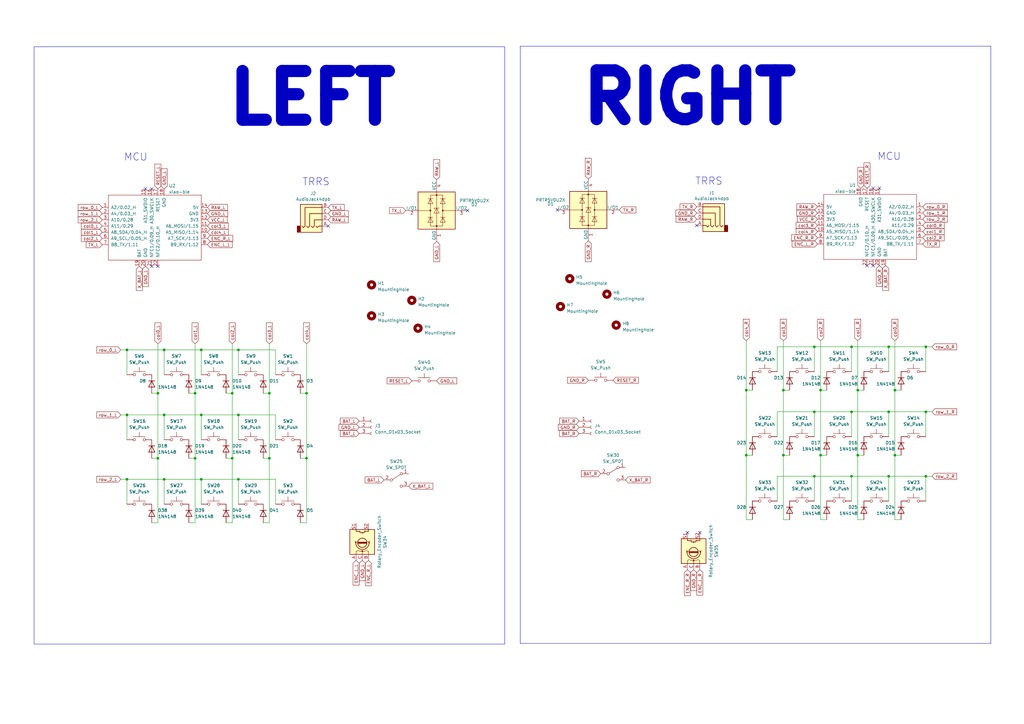
<source format=kicad_sch>
(kicad_sch (version 20230121) (generator eeschema)
  (paper "A3")
  (lib_symbols
    (symbol "Alaa:xiao-ble" (pin_names (offset 1.016))
      (property "Reference" "U1" (at -19.304 17.78 0))
      (property "Value" "xiao-ble" (at -19.304 15.24 0))
      (symbol "xiao-ble_1_1"
        (pin bidirectional line (at -21.59 7.62 0) (length 2.54) (name "A2/0.02_H") (number "1"))
        (pin bidirectional line (at 21.59 -2.54 180) (length 2.54) (name "A5_MISO/1.14") (number "10"))
        (pin bidirectional line (at 21.59 0 180) (length 2.54) (name "A6_MOSI/1.15") (number "11"))
        (pin power_out line (at 21.59 2.54 180) (length 2.54) (name "3V3") (number "12"))
        (pin power_out line (at 21.59 5.08 180) (length 2.54) (name "GND") (number "13"))
        (pin power_out line (at 21.59 7.62 180) (length 2.54) (name "5V") (number "14"))
        (pin input line (at -3.81 15.24 270) (length 2.54) (name "A31_SWDIO") (number "15"))
        (pin input line (at -1.27 15.24 270) (length 2.54) (name "A30_SWCLK") (number "16"))
        (pin input line (at 1.27 15.24 270) (length 2.54) (name "RESET") (number "17"))
        (pin power_out line (at 3.81 15.24 270) (length 2.54) (name "GND") (number "18"))
        (pin bidirectional line (at -6.35 -16.51 90) (length 2.54) (name "BAT") (number "19"))
        (pin bidirectional line (at -21.59 5.08 0) (length 2.54) (name "A4/0.03_H") (number "2"))
        (pin power_out line (at -3.81 -16.51 90) (length 2.54) (name "GND") (number "20"))
        (pin bidirectional line (at -1.27 -16.51 90) (length 2.54) (name "NFC1/0.09_H") (number "21"))
        (pin bidirectional line (at 1.27 -16.51 90) (length 2.54) (name "NFC2/0.10_H") (number "22"))
        (pin bidirectional line (at -21.59 2.54 0) (length 2.54) (name "A10/0.28") (number "3"))
        (pin bidirectional line (at -21.59 0 0) (length 2.54) (name "A11/0.29") (number "4"))
        (pin bidirectional line (at -21.59 -2.54 0) (length 2.54) (name "A8_SDA/0.04_H") (number "5"))
        (pin bidirectional line (at -21.59 -5.08 0) (length 2.54) (name "A9_SCL/0.05_H") (number "6"))
        (pin bidirectional line (at -21.59 -7.62 0) (length 2.54) (name "B8_TX/1.11") (number "7"))
        (pin bidirectional line (at 21.59 -7.62 180) (length 2.54) (name "B9_RX/1.12") (number "8"))
        (pin bidirectional line (at 21.59 -5.08 180) (length 2.54) (name "A7_SCK/1.13") (number "9"))
      )
    )
    (symbol "Connector:Conn_01x03_Socket" (pin_names (offset 1.016) hide)
      (property "Reference" "J" (at 0 5.08 0))
      (property "Value" "Conn_01x03_Socket" (at 0 -5.08 0))
      (symbol "Conn_01x03_Socket_1_1"
        (pin passive line (at -5.08 2.54 0) (length 3.81) (name "Pin_1") (number "1"))
        (pin passive line (at -5.08 0 0) (length 3.81) (name "Pin_2") (number "2"))
        (pin passive line (at -5.08 -2.54 0) (length 3.81) (name "Pin_3") (number "3"))
      )
    )
    (symbol "LeChiffre-rescue:Rotary_Encoder_Switch-Device" (pin_names (offset 0.254) hide)
      (property "Reference" "SW" (at 0 6.604 0))
      (property "Value" "Rotary_Encoder_Switch-Device" (at 0 -6.604 0))
      (symbol "Rotary_Encoder_Switch-Device_1_1"
        (pin passive line (at -7.62 2.54 0) (length 2.54) (name "A") (number "A"))
        (pin passive line (at -7.62 -2.54 0) (length 2.54) (name "B") (number "B"))
        (pin passive line (at -7.62 0 0) (length 2.54) (name "C") (number "C"))
        (pin passive line (at 7.62 2.54 180) (length 2.54) (name "S1") (number "S1"))
        (pin passive line (at 7.62 -2.54 180) (length 2.54) (name "S2") (number "S2"))
      )
    )
    (symbol "Mechanical:MountingHole" (pin_names (offset 1.016))
      (property "Reference" "H" (at 0 5.08 0))
      (property "Value" "MountingHole" (at 0 3.175 0))
    )
    (symbol "Power_Protection:PRTR5V0U2X" (pin_names (offset 0))
      (property "Reference" "D" (at 2.794 8.636 0))
      (property "Value" "PRTR5V0U2X" (at 8.128 -9.398 0))
      (symbol "PRTR5V0U2X_1_1"
        (pin passive line (at 0 -12.7 90) (length 5.08) (name "GND") (number "1"))
        (pin passive line (at -12.7 0 0) (length 5.08) (name "I/O1") (number "2"))
        (pin passive line (at 12.7 0 180) (length 5.08) (name "I/O2") (number "3"))
        (pin passive line (at 0 12.7 270) (length 5.08) (name "VCC") (number "4"))
      )
    )
    (symbol "Switch:SW_Push" (pin_numbers hide) (pin_names (offset 1.016) hide)
      (property "Reference" "SW" (at 1.27 2.54 0))
      (property "Value" "SW_Push" (at 0 -1.524 0))
      (symbol "SW_Push_0_1"
        (pin passive line (at -5.08 0 0) (length 2.54) (name "1") (number "1"))
        (pin passive line (at 5.08 0 180) (length 2.54) (name "2") (number "2"))
      )
    )
    (symbol "Switch:SW_SPDT" (pin_names (offset 0) hide)
      (property "Reference" "SW" (at 0 4.318 0))
      (property "Value" "SW_SPDT" (at 0 -5.08 0))
      (symbol "SW_SPDT_1_1"
        (pin passive line (at 5.08 2.54 180) (length 2.54) (name "A") (number "1"))
        (pin passive line (at -5.08 0 0) (length 2.54) (name "B") (number "2"))
        (pin passive line (at 5.08 -2.54 180) (length 2.54) (name "C") (number "3"))
      )
    )
    (symbol "alaa:Diode_1N4148" (pin_numbers hide) (pin_names (offset 1.016) hide)
      (property "Reference" "D4" (at 2.54 1.2701 90))
      (property "Value" "Diode_1N4148" (at 2.54 -1.2699 90))
      (symbol "Diode_1N4148_1_1"
        (pin passive line (at -3.81 0 0) (length 2.54) (name "K") (number "1"))
        (pin passive line (at 3.81 0 180) (length 2.54) (name "A") (number "2"))
      )
    )
    (symbol "tokas_bp:AudioJack4dpb"
      (property "Reference" "J" (at 0 8.89 0))
      (property "Value" "tokas_bp_AudioJack4dpb" (at 0 6.35 0))
      (symbol "AudioJack4dpb_1_1"
        (pin passive line (at 5.08 -5.08 180) (length 2.54) (name "~") (number "A"))
        (pin passive line (at 5.08 2.54 180) (length 2.54) (name "~") (number "B"))
        (pin passive line (at 5.08 0 180) (length 2.54) (name "~") (number "C"))
        (pin passive line (at 5.08 -2.54 180) (length 2.54) (name "~") (number "D"))
      )
    )
  )
  (junction (at 364.49 195.326))
  (junction (at 52.07 170.18))
  (junction (at 306.07 160.02))
  (junction (at 97.79 170.18))
  (junction (at 349.25 142.24))
  (junction (at 321.31 160.02))
  (junction (at 379.73 168.91))
  (junction (at 321.31 186.69))
  (junction (at 364.49 142.24))
  (junction (at 379.73 195.326))
  (junction (at 95.25 187.96))
  (junction (at 125.73 187.96))
  (junction (at 80.01 187.96))
  (junction (at 64.77 161.29))
  (junction (at 349.25 168.91))
  (junction (at 97.79 143.51))
  (junction (at 349.25 195.326))
  (junction (at 110.49 187.96))
  (junction (at 351.79 186.69))
  (junction (at 52.07 143.51))
  (junction (at 67.31 196.596))
  (junction (at 82.55 170.18))
  (junction (at 334.01 142.24))
  (junction (at 67.31 143.51))
  (junction (at 110.49 161.29))
  (junction (at 306.07 186.69))
  (junction (at 364.49 168.91))
  (junction (at 336.55 186.69))
  (junction (at 82.55 143.51))
  (junction (at 367.03 160.02))
  (junction (at 97.79 196.596))
  (junction (at 95.25 161.29))
  (junction (at 334.01 168.91))
  (junction (at 351.79 160.02))
  (junction (at 125.73 161.29))
  (junction (at 52.07 196.596))
  (junction (at 367.03 186.69))
  (junction (at 336.55 160.02))
  (junction (at 334.01 195.326))
  (junction (at 82.55 196.596))
  (junction (at 64.77 187.96))
  (junction (at 80.01 161.29))
  (junction (at 379.73 142.24))
  (junction (at 67.31 170.18))
  (no_connect (at 134.62 92.71))
  (no_connect (at 287.02 218.44))
  (no_connect (at 62.23 109.22))
  (no_connect (at 191.77 86.36))
  (no_connect (at 64.77 109.22))
  (no_connect (at 360.68 77.216))
  (no_connect (at 59.69 77.47))
  (no_connect (at 228.6 86.106))
  (no_connect (at 358.14 108.966))
  (no_connect (at 358.14 77.216))
  (no_connect (at 285.75 92.456))
  (no_connect (at 62.23 77.47))
  (no_connect (at 355.6 108.966))
  (no_connect (at 281.94 218.44))
  (wire (pts (xy 125.73 140.97) (xy 125.73 161.29)))
  (wire (pts (xy 306.07 186.69) (xy 308.61 186.69)))
  (wire (pts (xy 379.73 168.91) (xy 364.49 168.91)))
  (wire (pts (xy 369.57 213.106) (xy 367.03 213.106)))
  (wire (pts (xy 379.73 195.326) (xy 364.49 195.326)))
  (wire (pts (xy 67.31 170.18) (xy 82.55 170.18)))
  (wire (pts (xy 113.03 196.596) (xy 113.03 206.756)))
  (wire (pts (xy 125.73 187.96) (xy 125.73 214.376)))
  (wire (pts (xy 52.07 143.51) (xy 52.07 153.67)))
  (wire (pts (xy 64.77 187.96) (xy 64.77 161.29)))
  (wire (pts (xy 379.73 142.24) (xy 379.73 152.4)))
  (wire (pts (xy 64.77 187.96) (xy 62.23 187.96)))
  (wire (pts (xy 349.25 168.91) (xy 334.01 168.91)))
  (wire (pts (xy 334.01 195.326) (xy 334.01 205.486)))
  (wire (pts (xy 306.07 160.02) (xy 308.61 160.02)))
  (wire (pts (xy 334.01 142.24) (xy 334.01 152.4)))
  (wire (pts (xy 321.31 186.69) (xy 323.85 186.69)))
  (wire (pts (xy 354.33 160.02) (xy 351.79 160.02)))
  (wire (pts (xy 349.25 195.326) (xy 334.01 195.326)))
  (wire (pts (xy 64.77 187.96) (xy 64.77 214.376)))
  (wire (pts (xy 62.23 214.376) (xy 64.77 214.376)))
  (wire (pts (xy 97.79 196.596) (xy 113.03 196.596)))
  (wire (pts (xy 80.01 214.376) (xy 77.47 214.376)))
  (wire (pts (xy 95.25 140.97) (xy 95.25 161.29)))
  (wire (pts (xy 379.73 179.07) (xy 379.73 168.91)))
  (wire (pts (xy 367.03 186.69) (xy 369.57 186.69)))
  (wire (pts (xy 367.03 186.69) (xy 367.03 213.106)))
  (wire (pts (xy 351.79 213.106) (xy 354.33 213.106)))
  (wire (pts (xy 125.73 214.376) (xy 123.19 214.376)))
  (wire (pts (xy 364.49 195.326) (xy 364.49 205.486)))
  (wire (pts (xy 82.55 196.596) (xy 97.79 196.596)))
  (wire (pts (xy 306.07 186.69) (xy 306.07 160.02)))
  (wire (pts (xy 321.31 160.02) (xy 323.85 160.02)))
  (wire (pts (xy 349.25 195.326) (xy 349.25 205.486)))
  (wire (pts (xy 351.79 160.02) (xy 351.79 186.69)))
  (wire (pts (xy 364.49 195.326) (xy 349.25 195.326)))
  (wire (pts (xy 95.25 187.96) (xy 95.25 161.29)))
  (wire (pts (xy 97.79 170.18) (xy 113.03 170.18)))
  (wire (pts (xy 92.71 214.376) (xy 95.25 214.376)))
  (wire (pts (xy 321.31 213.106) (xy 323.85 213.106)))
  (wire (pts (xy 110.49 187.96) (xy 107.95 187.96)))
  (wire (pts (xy 113.03 170.18) (xy 113.03 180.34)))
  (wire (pts (xy 97.79 143.51) (xy 97.79 153.67)))
  (wire (pts (xy 382.27 142.24) (xy 379.73 142.24)))
  (wire (pts (xy 321.31 139.7) (xy 321.31 160.02)))
  (wire (pts (xy 306.07 139.7) (xy 306.07 160.02)))
  (wire (pts (xy 349.25 168.91) (xy 349.25 179.07)))
  (wire (pts (xy 318.77 168.91) (xy 318.77 179.07)))
  (wire (pts (xy 349.25 142.24) (xy 349.25 152.4)))
  (wire (pts (xy 125.73 187.96) (xy 125.73 161.29)))
  (wire (pts (xy 334.01 195.326) (xy 318.77 195.326)))
  (wire (pts (xy 80.01 140.97) (xy 80.01 161.29)))
  (wire (pts (xy 82.55 170.18) (xy 97.79 170.18)))
  (wire (pts (xy 382.27 168.91) (xy 379.73 168.91)))
  (wire (pts (xy 110.49 140.97) (xy 110.49 161.29)))
  (wire (pts (xy 336.55 186.69) (xy 339.09 186.69)))
  (wire (pts (xy 67.31 196.596) (xy 67.31 206.756)))
  (wire (pts (xy 125.73 187.96) (xy 123.19 187.96)))
  (wire (pts (xy 52.07 143.51) (xy 67.31 143.51)))
  (wire (pts (xy 49.53 196.596) (xy 52.07 196.596)))
  (wire (pts (xy 318.77 195.326) (xy 318.77 205.486)))
  (wire (pts (xy 97.79 170.18) (xy 97.79 180.34)))
  (wire (pts (xy 336.55 186.69) (xy 336.55 213.106)))
  (wire (pts (xy 336.55 186.69) (xy 336.55 160.02)))
  (wire (pts (xy 321.31 186.69) (xy 321.31 160.02)))
  (wire (pts (xy 364.49 168.91) (xy 349.25 168.91)))
  (wire (pts (xy 64.77 161.29) (xy 62.23 161.29)))
  (wire (pts (xy 82.55 143.51) (xy 82.55 153.67)))
  (wire (pts (xy 67.31 196.596) (xy 82.55 196.596)))
  (wire (pts (xy 367.03 186.69) (xy 367.03 160.02)))
  (wire (pts (xy 52.07 196.596) (xy 67.31 196.596)))
  (wire (pts (xy 97.79 196.596) (xy 97.79 206.756)))
  (wire (pts (xy 80.01 187.96) (xy 80.01 214.376)))
  (wire (pts (xy 64.77 140.97) (xy 64.77 161.29)))
  (wire (pts (xy 110.49 187.96) (xy 110.49 214.376)))
  (wire (pts (xy 379.73 195.326) (xy 379.73 205.486)))
  (wire (pts (xy 49.53 143.51) (xy 52.07 143.51)))
  (wire (pts (xy 95.25 161.29) (xy 92.71 161.29)))
  (wire (pts (xy 52.07 170.18) (xy 67.31 170.18)))
  (wire (pts (xy 351.79 139.7) (xy 351.79 160.02)))
  (wire (pts (xy 67.31 143.51) (xy 67.31 153.67)))
  (wire (pts (xy 82.55 143.51) (xy 97.79 143.51)))
  (wire (pts (xy 364.49 142.24) (xy 364.49 152.4)))
  (wire (pts (xy 367.03 160.02) (xy 369.57 160.02)))
  (wire (pts (xy 306.07 213.106) (xy 308.61 213.106)))
  (wire (pts (xy 336.55 160.02) (xy 339.09 160.02)))
  (wire (pts (xy 367.03 139.7) (xy 367.03 160.02)))
  (wire (pts (xy 95.25 187.96) (xy 95.25 214.376)))
  (wire (pts (xy 379.73 142.24) (xy 364.49 142.24)))
  (wire (pts (xy 318.77 142.24) (xy 318.77 152.4)))
  (wire (pts (xy 52.07 196.596) (xy 52.07 206.756)))
  (wire (pts (xy 334.01 142.24) (xy 318.77 142.24)))
  (wire (pts (xy 349.25 142.24) (xy 334.01 142.24)))
  (wire (pts (xy 80.01 187.96) (xy 77.47 187.96)))
  (wire (pts (xy 67.31 143.51) (xy 82.55 143.51)))
  (wire (pts (xy 336.55 139.7) (xy 336.55 160.02)))
  (wire (pts (xy 52.07 180.34) (xy 52.07 170.18)))
  (wire (pts (xy 339.09 213.106) (xy 336.55 213.106)))
  (wire (pts (xy 110.49 214.376) (xy 107.95 214.376)))
  (wire (pts (xy 364.49 142.24) (xy 349.25 142.24)))
  (wire (pts (xy 321.31 186.69) (xy 321.31 213.106)))
  (wire (pts (xy 351.79 186.69) (xy 351.79 213.106)))
  (wire (pts (xy 110.49 161.29) (xy 107.95 161.29)))
  (wire (pts (xy 49.53 170.18) (xy 52.07 170.18)))
  (wire (pts (xy 364.49 168.91) (xy 364.49 179.07)))
  (wire (pts (xy 125.73 161.29) (xy 123.19 161.29)))
  (wire (pts (xy 82.55 170.18) (xy 82.55 180.34)))
  (wire (pts (xy 67.31 170.18) (xy 67.31 180.34)))
  (wire (pts (xy 110.49 187.96) (xy 110.49 161.29)))
  (wire (pts (xy 80.01 161.29) (xy 80.01 187.96)))
  (wire (pts (xy 351.79 186.69) (xy 354.33 186.69)))
  (wire (pts (xy 77.47 161.29) (xy 80.01 161.29)))
  (wire (pts (xy 334.01 168.91) (xy 334.01 179.07)))
  (wire (pts (xy 334.01 168.91) (xy 318.77 168.91)))
  (wire (pts (xy 97.79 143.51) (xy 113.03 143.51)))
  (wire (pts (xy 113.03 143.51) (xy 113.03 153.67)))
  (wire (pts (xy 95.25 187.96) (xy 92.71 187.96)))
  (wire (pts (xy 382.27 195.326) (xy 379.73 195.326)))
  (wire (pts (xy 306.07 186.69) (xy 306.07 213.106)))
  (wire (pts (xy 82.55 196.596) (xy 82.55 206.756)))
  (rectangle (start 13.97 19.177) (end 207.01 264.16))
  (rectangle (start 213.36 263.906) (end 406.4 18.923))
  (text "LEFT" (at 91.44 52.07 0) (effects (font (size 20 20) (thickness 6) bold) (justify left bottom)))
  (text "TRRS" (at 123.952 76.454 0) (effects (font (size 2.9972 2.9972)) (justify left bottom)))
  (text "RIGHT\n" (at 328.93 51.816 0) (effects (font (size 20 20) (thickness 6) bold) (justify right bottom)))
  (text "TRRS" (at 296.418 76.2 0) (effects (font (size 2.9972 2.9972)) (justify right bottom)))
  (text "MCU" (at 50.8 66.294 0) (effects (font (size 2.9972 2.9972)) (justify left bottom)))
  (text "MCU" (at 369.57 66.04 0) (effects (font (size 2.9972 2.9972)) (justify right bottom)))
  (global_label "TX_R" (shape input) (at 254 86.106 0) (property "Intersheetrefs" "${INTERSHEET_REFS}" (effects hide)))
  (global_label "RAW_L" (shape input) (at 134.62 90.17 0) (property "Intersheetrefs" "${INTERSHEET_REFS}" (effects hide)))
  (global_label "GND_L" (shape input) (at 148.59 229.87 270) (property "Intersheetrefs" "${INTERSHEET_REFS}" (effects hide)))
  (global_label "GND_L" (shape input) (at 179.07 99.06 270) (property "Intersheetrefs" "${INTERSHEET_REFS}" (effects hide)))
  (global_label "BAT_R" (shape input) (at 246.38 194.31 180) (property "Intersheetrefs" "${INTERSHEET_REFS}" (effects hide)))
  (global_label "ENC_L_L" (shape input) (at 146.05 229.87 270) (property "Intersheetrefs" "${INTERSHEET_REFS}" (effects hide)))
  (global_label "ENC_R_L" (shape input) (at 85.09 97.79 0) (property "Intersheetrefs" "${INTERSHEET_REFS}" (effects hide)))
  (global_label "TX_R" (shape input) (at 285.75 84.836 180) (property "Intersheetrefs" "${INTERSHEET_REFS}" (effects hide)))
  (global_label "GND_R" (shape input) (at 335.28 87.376 180) (property "Intersheetrefs" "${INTERSHEET_REFS}" (effects hide)))
  (global_label "col1_L" (shape input) (at 41.91 95.25 180) (property "Intersheetrefs" "${INTERSHEET_REFS}" (effects hide)))
  (global_label "ENC_R_L" (shape input) (at 151.13 229.87 270) (property "Intersheetrefs" "${INTERSHEET_REFS}" (effects hide)))
  (global_label "VCC_L" (shape input) (at 85.09 90.17 0) (property "Intersheetrefs" "${INTERSHEET_REFS}" (effects hide)))
  (global_label "col0_R" (shape input) (at 367.03 139.7 90) (property "Intersheetrefs" "${INTERSHEET_REFS}" (effects hide)))
  (global_label "GND_R" (shape input) (at 353.06 77.216 90) (property "Intersheetrefs" "${INTERSHEET_REFS}" (effects hide)))
  (global_label "GND_R" (shape input) (at 284.48 233.68 270) (property "Intersheetrefs" "${INTERSHEET_REFS}" (effects hide)))
  (global_label "X_BAT_L" (shape input) (at 167.64 199.39 0) (property "Intersheetrefs" "${INTERSHEET_REFS}" (effects hide)))
  (global_label "GND_R" (shape input) (at 360.68 108.966 270) (property "Intersheetrefs" "${INTERSHEET_REFS}" (effects hide)))
  (global_label "row_0_R" (shape input) (at 378.46 84.836 0) (property "Intersheetrefs" "${INTERSHEET_REFS}" (effects hide)))
  (global_label "row_2_R" (shape input) (at 382.27 195.326 0) (property "Intersheetrefs" "${INTERSHEET_REFS}" (effects hide)))
  (global_label "RESET_L" (shape input) (at 64.77 77.47 90) (property "Intersheetrefs" "${INTERSHEET_REFS}" (effects hide)))
  (global_label "row_1_L" (shape input) (at 41.91 87.63 180) (property "Intersheetrefs" "${INTERSHEET_REFS}" (effects hide)))
  (global_label "col1_R" (shape input) (at 351.79 139.7 90) (property "Intersheetrefs" "${INTERSHEET_REFS}" (effects hide)))
  (global_label "row_0_L" (shape input) (at 41.91 85.09 180) (property "Intersheetrefs" "${INTERSHEET_REFS}" (effects hide)))
  (global_label "GND_L" (shape input) (at 59.69 109.22 270) (property "Intersheetrefs" "${INTERSHEET_REFS}" (effects hide)))
  (global_label "GND_L" (shape input) (at 134.62 87.63 0) (property "Intersheetrefs" "${INTERSHEET_REFS}" (effects hide)))
  (global_label "RAW_R" (shape input) (at 241.3 73.406 90) (property "Intersheetrefs" "${INTERSHEET_REFS}" (effects hide)))
  (global_label "col1_R" (shape input) (at 378.46 94.996 0) (property "Intersheetrefs" "${INTERSHEET_REFS}" (effects hide)))
  (global_label "GND_L" (shape input) (at 85.09 87.63 0) (property "Intersheetrefs" "${INTERSHEET_REFS}" (effects hide)))
  (global_label "GND_R" (shape input) (at 241.3 98.806 270) (property "Intersheetrefs" "${INTERSHEET_REFS}" (effects hide)))
  (global_label "X_BAT_R" (shape input) (at 363.22 108.966 270) (property "Intersheetrefs" "${INTERSHEET_REFS}" (effects hide)))
  (global_label "col1_L" (shape input) (at 80.01 140.97 90) (property "Intersheetrefs" "${INTERSHEET_REFS}" (effects hide)))
  (global_label "row_2_R" (shape input) (at 378.46 89.916 0) (property "Intersheetrefs" "${INTERSHEET_REFS}" (effects hide)))
  (global_label "col4_R" (shape input) (at 335.28 94.996 180) (property "Intersheetrefs" "${INTERSHEET_REFS}" (effects hide)))
  (global_label "row_0_R" (shape input) (at 382.27 142.24 0) (property "Intersheetrefs" "${INTERSHEET_REFS}" (effects hide)))
  (global_label "RESET_R" (shape input) (at 355.6 77.216 90) (property "Intersheetrefs" "${INTERSHEET_REFS}" (effects hide)))
  (global_label "col0_R" (shape input) (at 378.46 92.456 0) (property "Intersheetrefs" "${INTERSHEET_REFS}" (effects hide)))
  (global_label "col4_R" (shape input) (at 306.07 139.7 90) (property "Intersheetrefs" "${INTERSHEET_REFS}" (effects hide)))
  (global_label "X_BAT_L" (shape input) (at 57.15 109.22 270) (property "Intersheetrefs" "${INTERSHEET_REFS}" (effects hide)))
  (global_label "col3_R" (shape input) (at 321.31 139.7 90) (property "Intersheetrefs" "${INTERSHEET_REFS}" (effects hide)))
  (global_label "RAW_R" (shape input) (at 335.28 84.836 180) (property "Intersheetrefs" "${INTERSHEET_REFS}" (effects hide)))
  (global_label "ENC_R_R" (shape input) (at 281.94 233.68 270) (property "Intersheetrefs" "${INTERSHEET_REFS}" (effects hide)))
  (global_label "BAT_R" (shape input) (at 237.49 172.72 180) (property "Intersheetrefs" "${INTERSHEET_REFS}" (effects hide)))
  (global_label "col3_L" (shape input) (at 110.49 140.97 90) (property "Intersheetrefs" "${INTERSHEET_REFS}" (effects hide)))
  (global_label "ENC_L_L" (shape input) (at 85.09 100.33 0) (property "Intersheetrefs" "${INTERSHEET_REFS}" (effects hide)))
  (global_label "col0_L" (shape input) (at 64.77 140.97 90) (property "Intersheetrefs" "${INTERSHEET_REFS}" (effects hide)))
  (global_label "row_1_R" (shape input) (at 382.27 168.91 0) (property "Intersheetrefs" "${INTERSHEET_REFS}" (effects hide)))
  (global_label "col3_R" (shape input) (at 335.28 92.456 180) (property "Intersheetrefs" "${INTERSHEET_REFS}" (effects hide)))
  (global_label "row_2_L" (shape input) (at 41.91 90.17 180) (property "Intersheetrefs" "${INTERSHEET_REFS}" (effects hide)))
  (global_label "BAT_L" (shape input) (at 157.48 196.85 180) (property "Intersheetrefs" "${INTERSHEET_REFS}" (effects hide)))
  (global_label "GND_L" (shape input) (at 147.32 175.26 180) (property "Intersheetrefs" "${INTERSHEET_REFS}" (effects hide)))
  (global_label "VCC_R" (shape input) (at 335.28 89.916 180) (property "Intersheetrefs" "${INTERSHEET_REFS}" (effects hide)))
  (global_label "row_2_L" (shape input) (at 49.53 196.596 180) (property "Intersheetrefs" "${INTERSHEET_REFS}" (effects hide)))
  (global_label "BAT_L" (shape input) (at 147.32 172.72 180) (property "Intersheetrefs" "${INTERSHEET_REFS}" (effects hide)))
  (global_label "ENC_L_R" (shape input) (at 335.28 100.076 180) (property "Intersheetrefs" "${INTERSHEET_REFS}" (effects hide)))
  (global_label "col0_L" (shape input) (at 41.91 92.71 180) (property "Intersheetrefs" "${INTERSHEET_REFS}" (effects hide)))
  (global_label "GND_R" (shape input) (at 285.75 87.376 180) (property "Intersheetrefs" "${INTERSHEET_REFS}" (effects hide)))
  (global_label "col4_L" (shape input) (at 85.09 95.25 0) (property "Intersheetrefs" "${INTERSHEET_REFS}" (effects hide)))
  (global_label "col3_L" (shape input) (at 85.09 92.71 0) (property "Intersheetrefs" "${INTERSHEET_REFS}" (effects hide)))
  (global_label "TX_L" (shape input) (at 41.91 100.33 180) (property "Intersheetrefs" "${INTERSHEET_REFS}" (effects hide)))
  (global_label "col4_L" (shape input) (at 125.73 140.97 90) (property "Intersheetrefs" "${INTERSHEET_REFS}" (effects hide)))
  (global_label "RAW_L" (shape input) (at 85.09 85.09 0) (property "Intersheetrefs" "${INTERSHEET_REFS}" (effects hide)))
  (global_label "col2_R" (shape input) (at 336.55 139.7 90) (property "Intersheetrefs" "${INTERSHEET_REFS}" (effects hide)))
  (global_label "row_0_L" (shape input) (at 49.53 143.51 180) (property "Intersheetrefs" "${INTERSHEET_REFS}" (effects hide)))
  (global_label "TX_L" (shape input) (at 166.37 86.36 180) (property "Intersheetrefs" "${INTERSHEET_REFS}" (effects hide)))
  (global_label "TX_L" (shape input) (at 134.62 85.09 0) (property "Intersheetrefs" "${INTERSHEET_REFS}" (effects hide)))
  (global_label "RAW_L" (shape input) (at 179.07 73.66 90) (property "Intersheetrefs" "${INTERSHEET_REFS}" (effects hide)))
  (global_label "BAT_L" (shape input) (at 147.32 177.8 180) (property "Intersheetrefs" "${INTERSHEET_REFS}" (effects hide)))
  (global_label "ENC_L_R" (shape input) (at 287.02 233.68 270) (property "Intersheetrefs" "${INTERSHEET_REFS}" (effects hide)))
  (global_label "col2_R" (shape input) (at 378.46 97.536 0) (property "Intersheetrefs" "${INTERSHEET_REFS}" (effects hide)))
  (global_label "ENC_R_R" (shape input) (at 335.28 97.536 180) (property "Intersheetrefs" "${INTERSHEET_REFS}" (effects hide)))
  (global_label "GND_R" (shape input) (at 237.49 175.26 180) (property "Intersheetrefs" "${INTERSHEET_REFS}" (effects hide)))
  (global_label "RESET_L" (shape input) (at 168.91 156.21 180) (property "Intersheetrefs" "${INTERSHEET_REFS}" (effects hide)))
  (global_label "RESET_R" (shape input) (at 251.46 155.956 0) (property "Intersheetrefs" "${INTERSHEET_REFS}" (effects hide)))
  (global_label "row_1_R" (shape input) (at 378.46 87.376 0) (property "Intersheetrefs" "${INTERSHEET_REFS}" (effects hide)))
  (global_label "row_1_L" (shape input) (at 49.53 170.18 180) (property "Intersheetrefs" "${INTERSHEET_REFS}" (effects hide)))
  (global_label "RAW_R" (shape input) (at 285.75 89.916 180) (property "Intersheetrefs" "${INTERSHEET_REFS}" (effects hide)))
  (global_label "GND_L" (shape input) (at 67.31 77.47 90) (property "Intersheetrefs" "${INTERSHEET_REFS}" (effects hide)))
  (global_label "col2_L" (shape input) (at 41.91 97.79 180) (property "Intersheetrefs" "${INTERSHEET_REFS}" (effects hide)))
  (global_label "GND_L" (shape input) (at 179.07 156.21 0) (property "Intersheetrefs" "${INTERSHEET_REFS}" (effects hide)))
  (global_label "col2_L" (shape input) (at 95.25 140.97 90) (property "Intersheetrefs" "${INTERSHEET_REFS}" (effects hide)))
  (global_label "X_BAT_R" (shape input) (at 256.54 196.85 0) (property "Intersheetrefs" "${INTERSHEET_REFS}" (effects hide)))
  (global_label "GND_R" (shape input) (at 241.3 155.956 180) (property "Intersheetrefs" "${INTERSHEET_REFS}" (effects hide)))
  (global_label "BAT_R" (shape input) (at 237.49 177.8 180) (property "Intersheetrefs" "${INTERSHEET_REFS}" (effects hide)))
  (global_label "TX_R" (shape input) (at 378.46 100.076 0) (property "Intersheetrefs" "${INTERSHEET_REFS}" (effects hide)))
  (symbol (lib_id "LeChiffre-rescue:Rotary_Encoder_Switch-Device") (at 148.59 222.25 90) (unit 1)
    (property "Reference" "SW34" (at 157.9118 222.25 0))
    (property "Value" "Rotary_Encoder_Switch" (at 155.6004 222.25 0))
    (property "Footprint" "Alaa:RotaryEncoder_Alps_EC11E-Switch_Vertical_H20mm-keebio_modified" (effects hide))
  )
  (symbol (lib_id "Switch:SW_Push") (at 374.65 205.486 0) (mirror y) (unit 1)
    (property "Reference" "SW23" (at 374.65 197.866 0))
    (property "Value" "SW_Push" (at 374.65 200.406 0))
    (property "Footprint" "Alaa:gateron-ks27-choc-v1-mx-hotswap" (effects hide))
  )
  (symbol (lib_id "alaa:Diode_1N4148") (at 339.09 182.88 90) (mirror x) (unit 1)
    (property "Reference" "D17" (at 336.55 181.6099 90) (effects (justify left)))
    (property "Value" "1N4148" (at 336.55 184.1499 90) (effects (justify left)))
    (property "Footprint" "Diode_SMD:D_SOD-123" (effects hide))
    (property "Datasheet" "https://assets.nexperia.com/documents/data-sheet/1N4148_1N4448.pdf" (effects hide))
    (property "LCSC" "C8598" (effects hide))
    (property "MPN " "B5819W SL" (effects hide))
    (property "Package" "SOD-123" (effects hide))
  )
  (symbol (lib_id "Switch:SW_Push") (at 328.93 205.486 0) (mirror y) (unit 1)
    (property "Reference" "SW32" (at 328.93 197.866 0))
    (property "Value" "SW_Push" (at 328.93 200.406 0))
    (property "Footprint" "Alaa:gateron-ks27-choc-v1-mx-hotswap" (effects hide))
  )
  (symbol (lib_id "Switch:SW_Push") (at 328.93 152.4 0) (mirror y) (unit 1)
    (property "Reference" "SW12" (at 328.93 144.78 0))
    (property "Value" "SW_Push" (at 328.93 147.32 0))
    (property "Footprint" "Alaa:gateron-ks27-choc-v1-mx-hotswap" (effects hide))
  )
  (symbol (lib_id "alaa:Diode_1N4148") (at 369.57 156.21 90) (mirror x) (unit 1)
    (property "Reference" "D6" (at 374.65 154.94 90) (effects (justify left)))
    (property "Value" "1N4148" (at 367.03 157.4799 90) (effects (justify left)))
    (property "Footprint" "Diode_SMD:D_SOD-123" (effects hide))
    (property "Datasheet" "https://assets.nexperia.com/documents/data-sheet/1N4148_1N4448.pdf" (effects hide))
    (property "LCSC" "C8598" (effects hide))
    (property "MPN " "B5819W SL" (effects hide))
    (property "Package" "SOD-123" (effects hide))
  )
  (symbol (lib_id "alaa:Diode_1N4148") (at 77.47 157.48 270) (unit 1)
    (property "Reference" "D9" (at 80.01 156.2099 90) (effects (justify left)))
    (property "Value" "1N4148" (at 80.01 158.7499 90) (effects (justify left)))
    (property "Footprint" "Diode_SMD:D_SOD-123" (effects hide))
    (property "Datasheet" "https://assets.nexperia.com/documents/data-sheet/1N4148_1N4448.pdf" (effects hide))
    (property "LCSC" "C8598" (effects hide))
    (property "MPN " "B5819W SL" (effects hide))
    (property "Package" "SOD-123" (effects hide))
  )
  (symbol (lib_id "Switch:SW_Push") (at 313.69 205.486 0) (mirror y) (unit 1)
    (property "Reference" "SW33" (at 313.69 197.866 0))
    (property "Value" "SW_Push" (at 313.69 200.406 0))
    (property "Footprint" "Alaa:gateron-ks27-choc-v1-mx-hotswap" (effects hide))
  )
  (symbol (lib_id "Switch:SW_Push") (at 374.65 179.07 0) (mirror y) (unit 1)
    (property "Reference" "SW14" (at 374.65 171.45 0))
    (property "Value" "SW_Push" (at 374.65 173.99 0))
    (property "Footprint" "Alaa:gateron-ks27-choc-v1-mx-hotswap" (effects hide))
  )
  (symbol (lib_id "alaa:Diode_1N4148") (at 62.23 157.48 270) (unit 1)
    (property "Reference" "D8" (at 57.15 156.21 90) (effects (justify left)))
    (property "Value" "1N4148" (at 64.77 158.7499 90) (effects (justify left)))
    (property "Footprint" "Diode_SMD:D_SOD-123" (effects hide))
    (property "Datasheet" "https://assets.nexperia.com/documents/data-sheet/1N4148_1N4448.pdf" (effects hide))
    (property "LCSC" "C8598" (effects hide))
    (property "MPN " "B5819W SL" (effects hide))
    (property "Package" "SOD-123" (effects hide))
  )
  (symbol (lib_id "Switch:SW_Push") (at 246.38 155.956 0) (mirror y) (unit 1)
    (property "Reference" "SW5" (at 246.38 148.336 0))
    (property "Value" "SW_Push" (at 246.38 150.876 0))
    (property "Footprint" "Alaa:ResetSW" (effects hide))
  )
  (symbol (lib_id "Switch:SW_Push") (at 359.41 205.486 0) (mirror y) (unit 1)
    (property "Reference" "SW24" (at 359.41 197.866 0))
    (property "Value" "SW_Push" (at 359.41 200.406 0))
    (property "Footprint" "Alaa:gateron-ks27-choc-v1-mx-hotswap" (effects hide))
  )
  (symbol (lib_id "Mechanical:MountingHole") (at 152.4 129.54 0) (unit 1)
    (property "Reference" "H3" (at 154.94 128.905 0) (effects (justify left)))
    (property "Value" "MountingHole" (at 154.94 131.445 0) (effects (justify left)))
    (property "Footprint" "Alaa:MountingHole_M3" (effects hide))
  )
  (symbol (lib_id "Switch:SW_Push") (at 87.63 180.34 0) (unit 1)
    (property "Reference" "SW18" (at 87.63 172.72 0))
    (property "Value" "SW_Push" (at 87.63 175.26 0))
    (property "Footprint" "Alaa:gateron-ks27-choc-v1-mx-hotswap" (effects hide))
  )
  (symbol (lib_id "Switch:SW_Push") (at 72.39 180.34 0) (unit 1)
    (property "Reference" "SW17" (at 72.39 172.72 0))
    (property "Value" "SW_Push" (at 72.39 175.26 0))
    (property "Footprint" "Alaa:gateron-ks27-choc-v1-mx-hotswap" (effects hide))
  )
  (symbol (lib_id "Switch:SW_Push") (at 344.17 205.486 0) (mirror y) (unit 1)
    (property "Reference" "SW31" (at 344.17 197.866 0))
    (property "Value" "SW_Push" (at 344.17 200.406 0))
    (property "Footprint" "Alaa:gateron-ks27-choc-v1-mx-hotswap" (effects hide))
  )
  (symbol (lib_id "Switch:SW_Push") (at 118.11 180.34 0) (unit 1)
    (property "Reference" "SW2" (at 118.11 172.72 0))
    (property "Value" "SW_Push" (at 118.11 175.26 0))
    (property "Footprint" "Alaa:gateron-ks27-choc-v1-mx-hotswap" (effects hide))
  )
  (symbol (lib_id "alaa:Diode_1N4148") (at 323.85 209.296 90) (mirror x) (unit 1)
    (property "Reference" "D27" (at 321.31 208.0259 90) (effects (justify left)))
    (property "Value" "1N4148" (effects hide))
    (property "Footprint" "Diode_SMD:D_SOD-123" (effects hide))
    (property "Datasheet" "https://assets.nexperia.com/documents/data-sheet/1N4148_1N4448.pdf" (effects hide))
    (property "LCSC" "C8598" (effects hide))
    (property "MPN " "B5819W SL" (effects hide))
    (property "Package" "SOD-123" (effects hide))
  )
  (symbol (lib_id "LeChiffre-rescue:Rotary_Encoder_Switch-Device") (at 284.48 226.06 90) (unit 1)
    (property "Reference" "SW35" (at 293.8018 226.06 0))
    (property "Value" "Rotary_Encoder_Switch" (at 291.4904 226.06 0))
    (property "Footprint" "Alaa:RotaryEncoder_Alps_EC11E-Switch_Vertical_H20mm-keebio_modified" (effects hide))
  )
  (symbol (lib_id "Power_Protection:PRTR5V0U2X") (at 179.07 86.36 0) (unit 1)
    (property "Reference" "D2" (at 194.564 83.9217 0))
    (property "Value" "PRTR5V0U2X" (at 194.564 82.296 0))
    (property "Footprint" "Package_TO_SOT_SMD:SOT-143" (effects hide))
    (property "Datasheet" "https://assets.nexperia.com/documents/data-sheet/PRTR5V0U2X.pdf" (effects hide))
    (property "LCSC" "C12333" (effects hide))
    (property "MPN " "PRTR5V0U2X,215" (effects hide))
    (property "Package" "SOT-143" (effects hide))
  )
  (symbol (lib_id "Switch:SW_Push") (at 102.87 180.34 0) (unit 1)
    (property "Reference" "SW19" (at 102.87 172.72 0))
    (property "Value" "SW_Push" (at 102.87 175.26 0))
    (property "Footprint" "Alaa:gateron-ks27-choc-v1-mx-hotswap" (effects hide))
  )
  (symbol (lib_id "Mechanical:MountingHole") (at 233.68 114.3 0) (unit 1)
    (property "Reference" "H5" (at 236.22 113.665 0) (effects (justify left)))
    (property "Value" "MountingHole" (at 236.22 116.205 0) (effects (justify left)))
    (property "Footprint" "Alaa:MountingHole_M3" (effects hide))
  )
  (symbol (lib_id "Connector:Conn_01x03_Socket") (at 242.57 175.26 0) (unit 1)
    (property "Reference" "J4" (at 243.84 174.625 0) (effects (justify left)))
    (property "Value" "Conn_01x03_Socket" (at 243.84 177.165 0) (effects (justify left)))
    (property "Footprint" "Alaa:3JST_BAT" (effects hide))
  )
  (symbol (lib_id "Switch:SW_Push") (at 57.15 206.756 0) (unit 1)
    (property "Reference" "SW26" (at 57.15 199.136 0))
    (property "Value" "SW_Push" (at 57.15 201.676 0))
    (property "Footprint" "Alaa:gateron-ks27-choc-v1-mx-hotswap" (effects hide))
  )
  (symbol (lib_id "Switch:SW_Push") (at 72.39 206.756 0) (unit 1)
    (property "Reference" "SW27" (at 72.39 199.136 0))
    (property "Value" "SW_Push" (at 72.39 201.676 0))
    (property "Footprint" "Alaa:gateron-ks27-choc-v1-mx-hotswap" (effects hide))
  )
  (symbol (lib_id "Switch:SW_Push") (at 102.87 206.756 0) (unit 1)
    (property "Reference" "SW29" (at 102.87 199.136 0))
    (property "Value" "SW_Push" (at 102.87 201.676 0))
    (property "Footprint" "Alaa:gateron-ks27-choc-v1-mx-hotswap" (effects hide))
  )
  (symbol (lib_id "alaa:Diode_1N4148") (at 323.85 156.21 90) (mirror x) (unit 1)
    (property "Reference" "D13" (at 321.31 154.9399 90) (effects (justify left)))
    (property "Value" "1N4148" (effects hide))
    (property "Footprint" "Diode_SMD:D_SOD-123" (effects hide))
    (property "Datasheet" "https://assets.nexperia.com/documents/data-sheet/1N4148_1N4448.pdf" (effects hide))
    (property "LCSC" "C8598" (effects hide))
    (property "MPN " "B5819W SL" (effects hide))
    (property "Package" "SOD-123" (effects hide))
  )
  (symbol (lib_id "Mechanical:MountingHole") (at 229.87 125.73 0) (unit 1)
    (property "Reference" "H7" (at 232.41 125.095 0) (effects (justify left)))
    (property "Value" "MountingHole" (at 232.41 127.635 0) (effects (justify left)))
    (property "Footprint" "Alaa:MountingHole_M3" (effects hide))
  )
  (symbol (lib_id "alaa:Diode_1N4148") (at 62.23 184.15 270) (unit 1)
    (property "Reference" "D18" (at 64.77 182.8799 90) (effects (justify left)))
    (property "Value" "1N4148" (at 64.77 185.4199 90) (effects (justify left)))
    (property "Footprint" "Diode_SMD:D_SOD-123" (effects hide))
    (property "Datasheet" "https://assets.nexperia.com/documents/data-sheet/1N4148_1N4448.pdf" (effects hide))
    (property "LCSC" "C8598" (effects hide))
    (property "MPN " "B5819W SL" (effects hide))
    (property "Package" "SOD-123" (effects hide))
  )
  (symbol (lib_id "alaa:Diode_1N4148") (at 308.61 156.21 90) (mirror x) (unit 1)
    (property "Reference" "D14" (at 306.07 154.9399 90) (effects (justify left)))
    (property "Value" "1N4148" (effects hide))
    (property "Footprint" "Diode_SMD:D_SOD-123" (effects hide))
    (property "Datasheet" "https://assets.nexperia.com/documents/data-sheet/1N4148_1N4448.pdf" (effects hide))
    (property "LCSC" "C8598" (effects hide))
    (property "MPN " "B5819W SL" (effects hide))
    (property "Package" "SOD-123" (effects hide))
  )
  (symbol (lib_id "Switch:SW_Push") (at 359.41 152.4 0) (mirror y) (unit 1)
    (property "Reference" "SW10" (at 359.41 144.78 0))
    (property "Value" "SW_Push" (at 359.41 147.32 0))
    (property "Footprint" "Alaa:gateron-ks27-choc-v1-mx-hotswap" (effects hide))
  )
  (symbol (lib_id "alaa:Diode_1N4148") (at 92.71 184.15 270) (unit 1)
    (property "Reference" "D20" (at 95.25 182.8799 90) (effects (justify left)))
    (property "Value" "1N4148" (at 95.25 185.4199 90) (effects (justify left)))
    (property "Footprint" "Diode_SMD:D_SOD-123" (effects hide))
    (property "Datasheet" "https://assets.nexperia.com/documents/data-sheet/1N4148_1N4448.pdf" (effects hide))
    (property "LCSC" "C8598" (effects hide))
    (property "MPN " "B5819W SL" (effects hide))
    (property "Package" "SOD-123" (effects hide))
  )
  (symbol (lib_id "Switch:SW_Push") (at 118.11 153.67 0) (unit 1)
    (property "Reference" "SW1" (at 118.11 146.05 0))
    (property "Value" "SW_Push" (at 118.11 148.59 0))
    (property "Footprint" "Alaa:gateron-ks27-choc-v1-mx-hotswap" (effects hide))
  )
  (symbol (lib_id "Mechanical:MountingHole") (at 168.91 123.19 0) (unit 1)
    (property "Reference" "H2" (at 171.45 122.555 0) (effects (justify left)))
    (property "Value" "MountingHole" (at 171.45 125.095 0) (effects (justify left)))
    (property "Footprint" "Alaa:MountingHole_M3" (effects hide))
  )
  (symbol (lib_id "alaa:Diode_1N4148") (at 92.71 210.566 270) (unit 1)
    (property "Reference" "D40" (at 95.25 209.2959 90) (effects (justify left)))
    (property "Value" "1N4148" (at 95.25 211.8359 90) (effects (justify left)))
    (property "Footprint" "Diode_SMD:D_SOD-123" (effects hide))
    (property "Datasheet" "https://assets.nexperia.com/documents/data-sheet/1N4148_1N4448.pdf" (effects hide))
    (property "LCSC" "C8598" (effects hide))
    (property "MPN " "B5819W SL" (effects hide))
    (property "Package" "SOD-123" (effects hide))
  )
  (symbol (lib_id "alaa:Diode_1N4148") (at 369.57 209.296 90) (mirror x) (unit 1)
    (property "Reference" "D24" (at 367.03 208.0259 90) (effects (justify left)))
    (property "Value" "1N4148" (at 367.03 210.5659 90) (effects (justify left)))
    (property "Footprint" "Diode_SMD:D_SOD-123" (effects hide))
    (property "Datasheet" "https://assets.nexperia.com/documents/data-sheet/1N4148_1N4448.pdf" (effects hide))
    (property "LCSC" "C8598" (effects hide))
    (property "MPN " "B5819W SL" (effects hide))
    (property "Package" "SOD-123" (effects hide))
  )
  (symbol (lib_id "Switch:SW_Push") (at 374.65 152.4 0) (mirror y) (unit 1)
    (property "Reference" "SW4" (at 374.65 144.78 0))
    (property "Value" "SW_Push" (at 374.65 147.32 0))
    (property "Footprint" "Alaa:gateron-ks27-choc-v1-mx-hotswap" (effects hide))
  )
  (symbol (lib_id "Switch:SW_Push") (at 313.69 152.4 0) (mirror y) (unit 1)
    (property "Reference" "SW13" (at 313.69 144.78 0))
    (property "Value" "SW_Push" (at 313.69 147.32 0))
    (property "Footprint" "Alaa:gateron-ks27-choc-v1-mx-hotswap" (effects hide))
  )
  (symbol (lib_id "Alaa:xiao-ble") (at 63.5 92.71 0) (unit 1)
    (property "Reference" "U2" (at 69.2659 76.2 0) (effects (justify left)))
    (property "Value" "xiao-ble" (at 69.2659 78.74 0) (effects (justify left)))
    (property "Footprint" "Alaa:xiao-ble-smd-cutout" (effects hide))
  )
  (symbol (lib_id "Switch:SW_Push") (at 344.17 179.07 0) (mirror y) (unit 1)
    (property "Reference" "SW20" (at 344.17 171.45 0))
    (property "Value" "SW_Push" (at 344.17 173.99 0))
    (property "Footprint" "Alaa:gateron-ks27-choc-v1-mx-hotswap" (effects hide))
  )
  (symbol (lib_id "Switch:SW_Push") (at 57.15 153.67 0) (unit 1)
    (property "Reference" "SW6" (at 57.15 146.05 0))
    (property "Value" "SW_Push" (at 57.15 148.59 0))
    (property "Footprint" "Alaa:gateron-ks27-choc-v1-mx-hotswap" (effects hide))
  )
  (symbol (lib_id "tokas_bp:AudioJack4dpb") (at 290.83 87.376 0) (mirror y) (unit 1)
    (property "Reference" "J1" (at 291.9222 79.121 0))
    (property "Value" "AudioJack4dpb" (at 291.9222 81.4324 0))
    (property "Footprint" "Alaa:TRRS-PJ-320A" (effects hide))
  )
  (symbol (lib_id "alaa:Diode_1N4148") (at 92.71 157.48 270) (unit 1)
    (property "Reference" "D10" (at 95.25 156.2099 90) (effects (justify left)))
    (property "Value" "1N4148" (at 95.25 158.7499 90) (effects (justify left)))
    (property "Footprint" "Diode_SMD:D_SOD-123" (effects hide))
    (property "Datasheet" "https://assets.nexperia.com/documents/data-sheet/1N4148_1N4448.pdf" (effects hide))
    (property "LCSC" "C8598" (effects hide))
    (property "MPN " "B5819W SL" (effects hide))
    (property "Package" "SOD-123" (effects hide))
  )
  (symbol (lib_id "Mechanical:MountingHole") (at 152.4 116.84 0) (unit 1)
    (property "Reference" "H1" (at 154.94 116.205 0) (effects (justify left)))
    (property "Value" "MountingHole" (at 154.94 118.745 0) (effects (justify left)))
    (property "Footprint" "Alaa:MountingHole_M3" (effects hide))
  )
  (symbol (lib_id "alaa:Diode_1N4148") (at 308.61 209.296 90) (mirror x) (unit 1)
    (property "Reference" "D28" (at 306.07 208.0259 90) (effects (justify left)))
    (property "Value" "1N4148" (effects hide))
    (property "Footprint" "Diode_SMD:D_SOD-123" (effects hide))
    (property "Datasheet" "https://assets.nexperia.com/documents/data-sheet/1N4148_1N4448.pdf" (effects hide))
    (property "LCSC" "C8598" (effects hide))
    (property "MPN " "B5819W SL" (effects hide))
    (property "Package" "SOD-123" (effects hide))
  )
  (symbol (lib_id "Switch:SW_Push") (at 72.39 153.67 0) (unit 1)
    (property "Reference" "SW7" (at 72.39 146.05 0))
    (property "Value" "SW_Push" (at 72.39 148.59 0))
    (property "Footprint" "Alaa:gateron-ks27-choc-v1-mx-hotswap" (effects hide))
  )
  (symbol (lib_id "Switch:SW_Push") (at 102.87 153.67 0) (unit 1)
    (property "Reference" "SW9" (at 102.87 146.05 0))
    (property "Value" "SW_Push" (at 102.87 148.59 0))
    (property "Footprint" "Alaa:gateron-ks27-choc-v1-mx-hotswap" (effects hide))
  )
  (symbol (lib_id "Mechanical:MountingHole") (at 252.73 133.35 0) (unit 1)
    (property "Reference" "H8" (at 255.27 132.715 0) (effects (justify left)))
    (property "Value" "MountingHole" (at 255.27 135.255 0) (effects (justify left)))
    (property "Footprint" "Alaa:MountingHole_M3" (effects hide))
  )
  (symbol (lib_id "alaa:Diode_1N4148") (at 123.19 184.15 270) (unit 1)
    (property "Reference" "D4" (at 125.73 182.8799 90) (effects (justify left)))
    (property "Value" "1N4148" (effects hide))
    (property "Footprint" "Diode_SMD:D_SOD-123" (effects hide))
    (property "Datasheet" "https://assets.nexperia.com/documents/data-sheet/1N4148_1N4448.pdf" (effects hide))
    (property "LCSC" "C8598" (effects hide))
    (property "MPN " "B5819W SL" (effects hide))
    (property "Package" "SOD-123" (effects hide))
  )
  (symbol (lib_id "Mechanical:MountingHole") (at 171.45 134.62 0) (unit 1)
    (property "Reference" "H4" (at 173.99 133.985 0) (effects (justify left)))
    (property "Value" "MountingHole" (at 173.99 136.525 0) (effects (justify left)))
    (property "Footprint" "Alaa:MountingHole_M3" (effects hide))
  )
  (symbol (lib_id "Connector:Conn_01x03_Socket") (at 152.4 175.26 0) (unit 1)
    (property "Reference" "J3" (at 153.67 174.625 0) (effects (justify left)))
    (property "Value" "Conn_01x03_Socket" (at 153.67 177.165 0) (effects (justify left)))
    (property "Footprint" "Alaa:3JST_BAT" (effects hide))
  )
  (symbol (lib_id "Switch:SW_Push") (at 57.15 180.34 0) (unit 1)
    (property "Reference" "SW16" (at 57.15 172.72 0))
    (property "Value" "SW_Push" (at 57.15 175.26 0))
    (property "Footprint" "Alaa:gateron-ks27-choc-v1-mx-hotswap" (effects hide))
  )
  (symbol (lib_id "Switch:SW_Push") (at 313.69 179.07 0) (mirror y) (unit 1)
    (property "Reference" "SW22" (at 313.69 171.45 0))
    (property "Value" "SW_Push" (at 313.69 173.99 0))
    (property "Footprint" "Alaa:gateron-ks27-choc-v1-mx-hotswap" (effects hide))
  )
  (symbol (lib_id "alaa:Diode_1N4148") (at 123.19 157.48 270) (unit 1)
    (property "Reference" "D3" (at 125.73 156.2099 90) (effects (justify left)))
    (property "Value" "1N4148" (effects hide))
    (property "Footprint" "Diode_SMD:D_SOD-123" (effects hide))
    (property "Datasheet" "https://assets.nexperia.com/documents/data-sheet/1N4148_1N4448.pdf" (effects hide))
    (property "LCSC" "C8598" (effects hide))
    (property "MPN " "B5819W SL" (effects hide))
    (property "Package" "SOD-123" (effects hide))
  )
  (symbol (lib_id "Switch:SW_Push") (at 344.17 152.4 0) (mirror y) (unit 1)
    (property "Reference" "SW11" (at 344.17 144.78 0))
    (property "Value" "SW_Push" (at 344.17 147.32 0))
    (property "Footprint" "Alaa:gateron-ks27-choc-v1-mx-hotswap" (effects hide))
  )
  (symbol (lib_id "Switch:SW_Push") (at 359.41 179.07 0) (mirror y) (unit 1)
    (property "Reference" "SW15" (at 359.41 171.45 0))
    (property "Value" "SW_Push" (at 359.41 173.99 0))
    (property "Footprint" "Alaa:gateron-ks27-choc-v1-mx-hotswap" (effects hide))
  )
  (symbol (lib_id "alaa:Diode_1N4148") (at 107.95 184.15 270) (unit 1)
    (property "Reference" "D21" (at 110.49 182.8799 90) (effects (justify left)))
    (property "Value" "1N4148" (effects hide))
    (property "Footprint" "Diode_SMD:D_SOD-123" (effects hide))
    (property "Datasheet" "https://assets.nexperia.com/documents/data-sheet/1N4148_1N4448.pdf" (effects hide))
    (property "LCSC" "C8598" (effects hide))
    (property "MPN " "B5819W SL" (effects hide))
    (property "Package" "SOD-123" (effects hide))
  )
  (symbol (lib_id "alaa:Diode_1N4148") (at 323.85 182.88 90) (mirror x) (unit 1)
    (property "Reference" "D22" (at 321.31 181.6099 90) (effects (justify left)))
    (property "Value" "1N4148" (effects hide))
    (property "Footprint" "Diode_SMD:D_SOD-123" (effects hide))
    (property "Datasheet" "https://assets.nexperia.com/documents/data-sheet/1N4148_1N4448.pdf" (effects hide))
    (property "LCSC" "C8598" (effects hide))
    (property "MPN " "B5819W SL" (effects hide))
    (property "Package" "SOD-123" (effects hide))
  )
  (symbol (lib_id "alaa:Diode_1N4148") (at 107.95 157.48 270) (unit 1)
    (property "Reference" "D11" (at 110.49 156.2099 90) (effects (justify left)))
    (property "Value" "1N4148" (effects hide))
    (property "Footprint" "Diode_SMD:D_SOD-123" (effects hide))
    (property "Datasheet" "https://assets.nexperia.com/documents/data-sheet/1N4148_1N4448.pdf" (effects hide))
    (property "LCSC" "C8598" (effects hide))
    (property "MPN " "B5819W SL" (effects hide))
    (property "Package" "SOD-123" (effects hide))
  )
  (symbol (lib_id "Switch:SW_Push") (at 328.93 179.07 0) (mirror y) (unit 1)
    (property "Reference" "SW21" (at 328.93 171.45 0))
    (property "Value" "SW_Push" (at 328.93 173.99 0))
    (property "Footprint" "Alaa:gateron-ks27-choc-v1-mx-hotswap" (effects hide))
  )
  (symbol (lib_id "alaa:Diode_1N4148") (at 77.47 210.566 270) (unit 1)
    (property "Reference" "D39" (at 80.01 209.2959 90) (effects (justify left)))
    (property "Value" "1N4148" (at 80.01 211.8359 90) (effects (justify left)))
    (property "Footprint" "Diode_SMD:D_SOD-123" (effects hide))
    (property "Datasheet" "https://assets.nexperia.com/documents/data-sheet/1N4148_1N4448.pdf" (effects hide))
    (property "LCSC" "C8598" (effects hide))
    (property "MPN " "B5819W SL" (effects hide))
    (property "Package" "SOD-123" (effects hide))
  )
  (symbol (lib_id "alaa:Diode_1N4148") (at 62.23 210.566 270) (unit 1)
    (property "Reference" "D38" (at 64.77 209.2959 90) (effects (justify left)))
    (property "Value" "1N4148" (at 64.77 211.8359 90) (effects (justify left)))
    (property "Footprint" "Diode_SMD:D_SOD-123" (effects hide))
    (property "Datasheet" "https://assets.nexperia.com/documents/data-sheet/1N4148_1N4448.pdf" (effects hide))
    (property "LCSC" "C8598" (effects hide))
    (property "MPN " "B5819W SL" (effects hide))
    (property "Package" "SOD-123" (effects hide))
  )
  (symbol (lib_id "alaa:Diode_1N4148") (at 308.61 182.88 90) (mirror x) (unit 1)
    (property "Reference" "D23" (at 306.07 181.6099 90) (effects (justify left)))
    (property "Value" "1N4148" (effects hide))
    (property "Footprint" "Diode_SMD:D_SOD-123" (effects hide))
    (property "Datasheet" "https://assets.nexperia.com/documents/data-sheet/1N4148_1N4448.pdf" (effects hide))
    (property "LCSC" "C8598" (effects hide))
    (property "MPN " "B5819W SL" (effects hide))
    (property "Package" "SOD-123" (effects hide))
  )
  (symbol (lib_id "alaa:Diode_1N4148") (at 339.09 156.21 90) (mirror x) (unit 1)
    (property "Reference" "D12" (at 336.55 154.9399 90) (effects (justify left)))
    (property "Value" "1N4148" (at 336.55 157.4799 90) (effects (justify left)))
    (property "Footprint" "Diode_SMD:D_SOD-123" (effects hide))
    (property "Datasheet" "https://assets.nexperia.com/documents/data-sheet/1N4148_1N4448.pdf" (effects hide))
    (property "LCSC" "C8598" (effects hide))
    (property "MPN " "B5819W SL" (effects hide))
    (property "Package" "SOD-123" (effects hide))
  )
  (symbol (lib_id "Alaa:xiao-ble") (at 356.87 92.456 0) (mirror y) (unit 1)
    (property "Reference" "U1" (at 351.1041 75.946 0) (effects (justify left)))
    (property "Value" "xiao-ble" (at 351.1041 78.486 0) (effects (justify left)))
    (property "Footprint" "Alaa:xiao-ble-smd-cutout" (effects hide))
  )
  (symbol (lib_id "alaa:Diode_1N4148") (at 339.09 209.296 90) (mirror x) (unit 1)
    (property "Reference" "D26" (at 336.55 208.0259 90) (effects (justify left)))
    (property "Value" "1N4148" (at 336.55 210.5659 90) (effects (justify left)))
    (property "Footprint" "Diode_SMD:D_SOD-123" (effects hide))
    (property "Datasheet" "https://assets.nexperia.com/documents/data-sheet/1N4148_1N4448.pdf" (effects hide))
    (property "LCSC" "C8598" (effects hide))
    (property "MPN " "B5819W SL" (effects hide))
    (property "Package" "SOD-123" (effects hide))
  )
  (symbol (lib_id "Switch:SW_Push") (at 87.63 153.67 0) (unit 1)
    (property "Reference" "SW8" (at 87.63 146.05 0))
    (property "Value" "SW_Push" (at 87.63 148.59 0))
    (property "Footprint" "Alaa:gateron-ks27-choc-v1-mx-hotswap" (effects hide))
  )
  (symbol (lib_id "Switch:SW_SPDT") (at 162.56 196.85 0) (unit 1)
    (property "Reference" "SW25" (at 162.56 189.23 0))
    (property "Value" "SW_SPDT" (at 162.56 191.77 0))
    (property "Footprint" "Alaa:SW_CuK_OS102011MA1QN1_SPDT_Angled" (effects hide))
    (property "LCSC" "C226259" (effects hide))
  )
  (symbol (lib_id "tokas_bp:AudioJack4dpb") (at 129.54 87.63 0) (unit 1)
    (property "Reference" "J2" (at 128.4478 79.375 0))
    (property "Value" "AudioJack4dpb" (at 128.4478 81.6864 0))
    (property "Footprint" "Alaa:TRRS-PJ-320A" (effects hide))
  )
  (symbol (lib_id "alaa:Diode_1N4148") (at 369.57 182.88 90) (mirror x) (unit 1)
    (property "Reference" "D15" (at 367.03 181.6099 90) (effects (justify left)))
    (property "Value" "1N4148" (at 367.03 184.1499 90) (effects (justify left)))
    (property "Footprint" "Diode_SMD:D_SOD-123" (effects hide))
    (property "Datasheet" "https://assets.nexperia.com/documents/data-sheet/1N4148_1N4448.pdf" (effects hide))
    (property "LCSC" "C8598" (effects hide))
    (property "MPN " "B5819W SL" (effects hide))
    (property "Package" "SOD-123" (effects hide))
  )
  (symbol (lib_id "Switch:SW_Push") (at 118.11 206.756 0) (unit 1)
    (property "Reference" "SW3" (at 118.11 199.136 0))
    (property "Value" "SW_Push" (at 118.11 201.676 0))
    (property "Footprint" "Alaa:gateron-ks27-choc-v1-mx-hotswap" (effects hide))
  )
  (symbol (lib_id "alaa:Diode_1N4148") (at 107.95 210.566 270) (unit 1)
    (property "Reference" "D41" (at 110.49 209.2959 90) (effects (justify left)))
    (property "Value" "1N4148" (effects hide))
    (property "Footprint" "Diode_SMD:D_SOD-123" (effects hide))
    (property "Datasheet" "https://assets.nexperia.com/documents/data-sheet/1N4148_1N4448.pdf" (effects hide))
    (property "LCSC" "C8598" (effects hide))
    (property "MPN " "B5819W SL" (effects hide))
    (property "Package" "SOD-123" (effects hide))
  )
  (symbol (lib_id "Switch:SW_Push") (at 173.99 156.21 0) (unit 1)
    (property "Reference" "SW40" (at 173.99 148.59 0))
    (property "Value" "SW_Push" (at 173.99 151.13 0))
    (property "Footprint" "Alaa:ResetSW" (effects hide))
  )
  (symbol (lib_id "Mechanical:MountingHole") (at 248.92 120.65 0) (unit 1)
    (property "Reference" "H6" (at 251.46 120.015 0) (effects (justify left)))
    (property "Value" "MountingHole" (at 251.46 122.555 0) (effects (justify left)))
    (property "Footprint" "Alaa:MountingHole_M3" (effects hide))
  )
  (symbol (lib_id "alaa:Diode_1N4148") (at 354.33 209.296 90) (mirror x) (unit 1)
    (property "Reference" "D25" (at 351.79 208.0259 90) (effects (justify left)))
    (property "Value" "1N4148" (at 351.79 210.5659 90) (effects (justify left)))
    (property "Footprint" "Diode_SMD:D_SOD-123" (effects hide))
    (property "Datasheet" "https://assets.nexperia.com/documents/data-sheet/1N4148_1N4448.pdf" (effects hide))
    (property "LCSC" "C8598" (effects hide))
    (property "MPN " "B5819W SL" (effects hide))
    (property "Package" "SOD-123" (effects hide))
  )
  (symbol (lib_id "alaa:Diode_1N4148") (at 354.33 156.21 90) (mirror x) (unit 1)
    (property "Reference" "D7" (at 351.79 154.9399 90) (effects (justify left)))
    (property "Value" "1N4148" (at 351.79 157.4799 90) (effects (justify left)))
    (property "Footprint" "Diode_SMD:D_SOD-123" (effects hide))
    (property "Datasheet" "https://assets.nexperia.com/documents/data-sheet/1N4148_1N4448.pdf" (effects hide))
    (property "LCSC" "C8598" (effects hide))
    (property "MPN " "B5819W SL" (effects hide))
    (property "Package" "SOD-123" (effects hide))
  )
  (symbol (lib_id "Switch:SW_SPDT") (at 251.46 194.31 0) (unit 1)
    (property "Reference" "SW30" (at 251.46 186.69 0))
    (property "Value" "SW_SPDT" (at 251.46 189.23 0))
    (property "Footprint" "Alaa:SW_CuK_OS102011MA1QN1_SPDT_Angled" (effects hide))
    (property "LCSC" "C226259" (effects hide))
  )
  (symbol (lib_id "Switch:SW_Push") (at 87.63 206.756 0) (unit 1)
    (property "Reference" "SW28" (at 87.63 199.136 0))
    (property "Value" "SW_Push" (at 87.63 201.676 0))
    (property "Footprint" "Alaa:gateron-ks27-choc-v1-mx-hotswap" (effects hide))
  )
  (symbol (lib_id "alaa:Diode_1N4148") (at 354.33 182.88 90) (mirror x) (unit 1)
    (property "Reference" "D16" (at 351.79 181.6099 90) (effects (justify left)))
    (property "Value" "1N4148" (at 351.79 184.1499 90) (effects (justify left)))
    (property "Footprint" "Diode_SMD:D_SOD-123" (effects hide))
    (property "Datasheet" "https://assets.nexperia.com/documents/data-sheet/1N4148_1N4448.pdf" (effects hide))
    (property "LCSC" "C8598" (effects hide))
    (property "MPN " "B5819W SL" (effects hide))
    (property "Package" "SOD-123" (effects hide))
  )
  (symbol (lib_id "Power_Protection:PRTR5V0U2X") (at 241.3 86.106 0) (mirror y) (unit 1)
    (property "Reference" "D1" (at 225.806 83.6677 0))
    (property "Value" "PRTR5V0U2X" (at 225.806 82.042 0))
    (property "Footprint" "Package_TO_SOT_SMD:SOT-143" (effects hide))
    (property "Datasheet" "https://assets.nexperia.com/documents/data-sheet/PRTR5V0U2X.pdf" (effects hide))
    (property "LCSC" "C12333" (effects hide))
    (property "MPN " "PRTR5V0U2X,215" (effects hide))
    (property "Package" "SOT-143" (effects hide))
  )
  (symbol (lib_id "alaa:Diode_1N4148") (at 77.47 184.15 270) (unit 1)
    (property "Reference" "D19" (at 80.01 182.8799 90) (effects (justify left)))
    (property "Value" "1N4148" (at 80.01 185.4199 90) (effects (justify left)))
    (property "Footprint" "Diode_SMD:D_SOD-123" (effects hide))
    (property "Datasheet" "https://assets.nexperia.com/documents/data-sheet/1N4148_1N4448.pdf" (effects hide))
    (property "LCSC" "C8598" (effects hide))
    (property "MPN " "B5819W SL" (effects hide))
    (property "Package" "SOD-123" (effects hide))
  )
  (symbol (lib_id "alaa:Diode_1N4148") (at 123.19 210.566 270) (unit 1)
    (property "Reference" "D5" (at 125.73 209.2959 90) (effects (justify left)))
    (property "Value" "1N4148" (effects hide))
    (property "Footprint" "Diode_SMD:D_SOD-123" (effects hide))
    (property "Datasheet" "https://assets.nexperia.com/documents/data-sheet/1N4148_1N4448.pdf" (effects hide))
    (property "LCSC" "C8598" (effects hide))
    (property "MPN " "B5819W SL" (effects hide))
    (property "Package" "SOD-123" (effects hide))
  )
)
</source>
